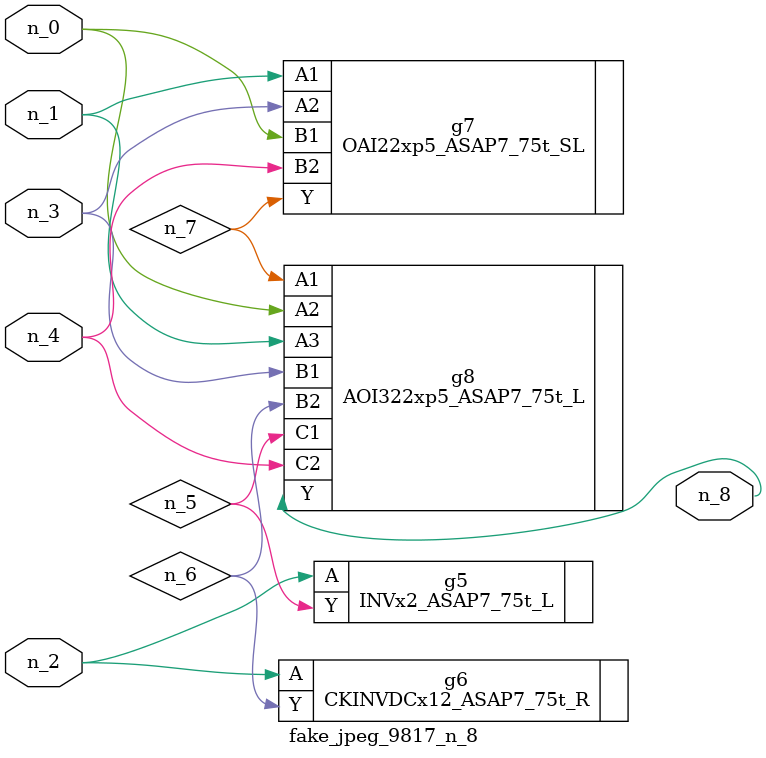
<source format=v>
module fake_jpeg_9817_n_8 (n_3, n_2, n_1, n_0, n_4, n_8);

input n_3;
input n_2;
input n_1;
input n_0;
input n_4;

output n_8;

wire n_6;
wire n_5;
wire n_7;

INVx2_ASAP7_75t_L g5 ( 
.A(n_2),
.Y(n_5)
);

CKINVDCx12_ASAP7_75t_R g6 ( 
.A(n_2),
.Y(n_6)
);

OAI22xp5_ASAP7_75t_SL g7 ( 
.A1(n_1),
.A2(n_3),
.B1(n_0),
.B2(n_4),
.Y(n_7)
);

AOI322xp5_ASAP7_75t_L g8 ( 
.A1(n_7),
.A2(n_0),
.A3(n_1),
.B1(n_3),
.B2(n_6),
.C1(n_5),
.C2(n_4),
.Y(n_8)
);


endmodule
</source>
